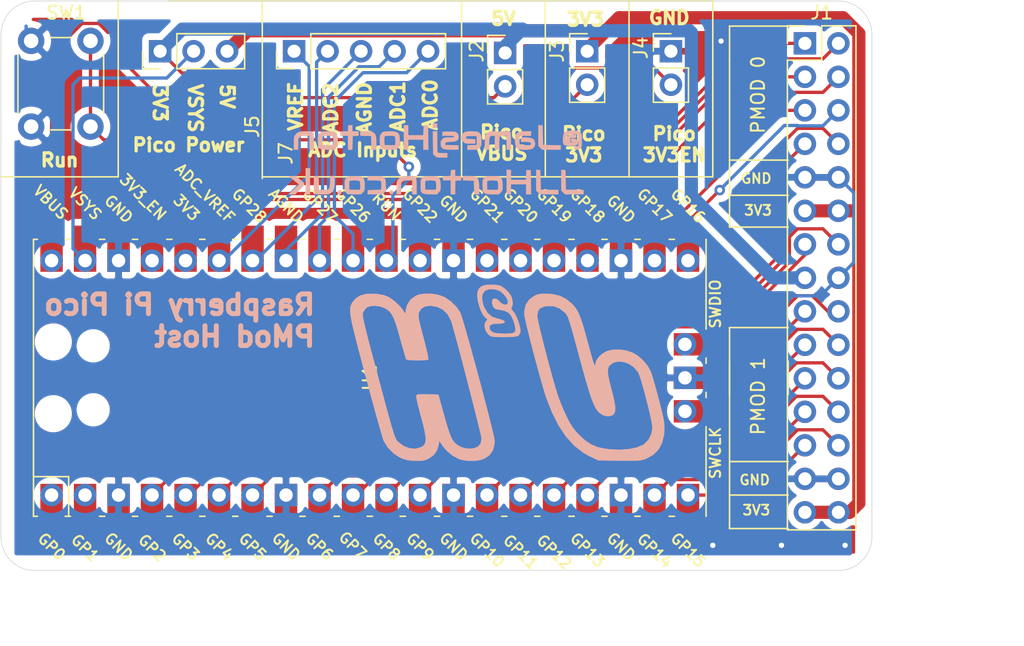
<source format=kicad_pcb>
(kicad_pcb (version 20171130) (host pcbnew "(5.1.12-1-10_14)")
  (title_block (title "PMOD for Raspberry Pi Pico") (date 2021-11-30) (rev v0.1) (company "James Horton") (comment 1 "with an Raspberry Pi Pico Board.") (comment 2 "This board is designed for allowing the use of PMod modules") (comment 4 "Licensed Under CERN Open Hardware Licence Version 2 - Permissive"))
  (layers (0 F.Cu signal hide) (31 B.Cu signal hide) (34 B.Paste user) (35 F.Paste user) (36 B.SilkS user) (37 F.SilkS user) (38 B.Mask user) (39 F.Mask user hide) (44 Edge.Cuts user))
  (net 0 "")
  (net 1 "Net-(U1-Pad43)")
  (net 2 "Net-(U1-Pad41)")
  (net 3 GPIO_15)
  (net 4 GPIO_14)
  (net 5 GPIO_13)
  (net 6 GPIO_12)
  (net 7 GPIO_11)
  (net 8 GPIO_10)
  (net 9 GPIO_09)
  (net 10 GPIO_08)
  (net 11 GND)
  (net 12 +3V3)
  (net 13 GPIO_07)
  (net 14 GPIO_06)
  (net 15 +5V)
  (net 16 GPIO_05)
  (net 17 GPIO_04)
  (net 18 GPIO_03)
  (net 19 GPIO_02)
  (net 20 GPIO_17)
  (net 21 GPIO_16)
  (net 22 GPIO_19)
  (net 23 GPIO_18)
  (net 24 GPIO_21)
  (net 25 GPIO_20)
  (net 26 Pico_VBUS)
  (net 27 Pico_3V3)
  (net 28 Pico_3v3_EN)
  (net 29 Pico_VSYS)
  (net 30 GPIO_22)
  (net 31 GPIO_01)
  (net 32 GPIO_00)
  (net 33 Pico_Run)
  (net 34 ADC0)
  (net 35 ADC1)
  (net 36 AGND)
  (net 37 ADC2)
  (net 38 ADC_VREF)
  (module jjh:ContactDetails_small (layer B.Cu) (at 147.3 85.7 180)
    (fp_text reference G*** hide)
    (fp_text value LOGO hide)
  )
  (module jjh:Untitled (layer B.Cu) (at 152.6 102.7 180)
    (fp_text reference G*** hide)
    (fp_text value LOGO hide)
  )
  (module Connector_PinHeader_2.54mm:PinHeader_2x15_P2.54mm_Vertical (layer F.Cu) (at 175.26 76.8731)
    (fp_text reference J1 (at 1.27 -2.33) (layer F.SilkS))
    (fp_text value Conn_02x15_Odd_Even)
    (pad 30 thru_hole oval (at 2.54 35.56) (size 1.7 1.7) (drill 1) (layers *.Cu *.Mask) (net 12 +3V3))
    (pad 29 thru_hole oval (at 0 35.56) (size 1.7 1.7) (drill 1) (layers *.Cu *.Mask) (net 12 +3V3))
    (pad 28 thru_hole oval (at 2.54 33.02) (size 1.7 1.7) (drill 1) (layers *.Cu *.Mask) (net 11 GND))
    (pad 27 thru_hole oval (at 0 33.02) (size 1.7 1.7) (drill 1) (layers *.Cu *.Mask) (net 11 GND))
    (pad 26 thru_hole oval (at 2.54 30.48) (size 1.7 1.7) (drill 1) (layers *.Cu *.Mask) (net 4 GPIO_14))
    (pad 25 thru_hole oval (at 0 30.48) (size 1.7 1.7) (drill 1) (layers *.Cu *.Mask) (net 3 GPIO_15))
    (pad 24 thru_hole oval (at 2.54 27.94) (size 1.7 1.7) (drill 1) (layers *.Cu *.Mask) (net 6 GPIO_12))
    (pad 23 thru_hole oval (at 0 27.94) (size 1.7 1.7) (drill 1) (layers *.Cu *.Mask) (net 5 GPIO_13))
    (pad 22 thru_hole oval (at 2.54 25.4) (size 1.7 1.7) (drill 1) (layers *.Cu *.Mask) (net 8 GPIO_10))
    (pad 21 thru_hole oval (at 0 25.4) (size 1.7 1.7) (drill 1) (layers *.Cu *.Mask) (net 7 GPIO_11))
    (pad 20 thru_hole oval (at 2.54 22.86) (size 1.7 1.7) (drill 1) (layers *.Cu *.Mask) (net 10 GPIO_08))
    (pad 19 thru_hole oval (at 0 22.86) (size 1.7 1.7) (drill 1) (layers *.Cu *.Mask) (net 9 GPIO_09))
    (pad 18 thru_hole oval (at 2.54 20.32) (size 1.7 1.7) (drill 1) (layers *.Cu *.Mask) (net 14 GPIO_06))
    (pad 17 thru_hole oval (at 0 20.32) (size 1.7 1.7) (drill 1) (layers *.Cu *.Mask) (net 13 GPIO_07))
    (pad 16 thru_hole oval (at 2.54 17.78) (size 1.7 1.7) (drill 1) (layers *.Cu *.Mask) (net 11 GND))
    (pad 15 thru_hole oval (at 0 17.78) (size 1.7 1.7) (drill 1) (layers *.Cu *.Mask) (net 15 +5V))
    (pad 14 thru_hole oval (at 2.54 15.24) (size 1.7 1.7) (drill 1) (layers *.Cu *.Mask) (net 17 GPIO_04))
    (pad 13 thru_hole oval (at 0 15.24) (size 1.7 1.7) (drill 1) (layers *.Cu *.Mask) (net 16 GPIO_05))
    (pad 12 thru_hole oval (at 2.54 12.7) (size 1.7 1.7) (drill 1) (layers *.Cu *.Mask) (net 12 +3V3))
    (pad 11 thru_hole oval (at 0 12.7) (size 1.7 1.7) (drill 1) (layers *.Cu *.Mask) (net 12 +3V3))
    (pad 10 thru_hole oval (at 2.54 10.16) (size 1.7 1.7) (drill 1) (layers *.Cu *.Mask) (net 11 GND))
    (pad 9 thru_hole oval (at 0 10.16) (size 1.7 1.7) (drill 1) (layers *.Cu *.Mask) (net 11 GND))
    (pad 8 thru_hole oval (at 2.54 7.62) (size 1.7 1.7) (drill 1) (layers *.Cu *.Mask) (net 19 GPIO_02))
    (pad 7 thru_hole oval (at 0 7.62) (size 1.7 1.7) (drill 1) (layers *.Cu *.Mask) (net 18 GPIO_03))
    (pad 6 thru_hole oval (at 2.54 5.08) (size 1.7 1.7) (drill 1) (layers *.Cu *.Mask) (net 21 GPIO_16))
    (pad 5 thru_hole oval (at 0 5.08) (size 1.7 1.7) (drill 1) (layers *.Cu *.Mask) (net 20 GPIO_17))
    (pad 4 thru_hole oval (at 2.54 2.54) (size 1.7 1.7) (drill 1) (layers *.Cu *.Mask) (net 23 GPIO_18))
    (pad 3 thru_hole oval (at 0 2.54) (size 1.7 1.7) (drill 1) (layers *.Cu *.Mask) (net 22 GPIO_19))
    (pad 2 thru_hole oval (at 2.54 0) (size 1.7 1.7) (drill 1) (layers *.Cu *.Mask) (net 25 GPIO_20))
    (pad 1 thru_hole rect (at 0 0) (size 1.7 1.7) (drill 1) (layers *.Cu *.Mask) (net 24 GPIO_21))
  )
  (module Button_Switch_THT:SW_PUSH_6mm_H4.3mm (layer F.Cu) (at 116.586 83.185 90)
    (fp_text reference SW1 (at 8.636 2.667 180) (layer F.SilkS))
    (fp_text value SW_Push)
    (pad 1 thru_hole circle (at 6.5 0 180) (size 2 2) (drill 1.1) (layers *.Cu *.Mask) (net 11 GND))
    (pad 2 thru_hole circle (at 6.5 4.5 180) (size 2 2) (drill 1.1) (layers *.Cu *.Mask) (net 33 Pico_Run))
    (pad 1 thru_hole circle (at 0 0 180) (size 2 2) (drill 1.1) (layers *.Cu *.Mask) (net 11 GND))
    (pad 2 thru_hole circle (at 0 4.5 180) (size 2 2) (drill 1.1) (layers *.Cu *.Mask) (net 33 Pico_Run))
  )
  (module Connector_PinHeader_2.54mm:PinHeader_1x05_P2.54mm_Vertical (layer F.Cu) (at 136.525 77.47 90)
    (fp_text reference J7 (at -7.747 -0.635 90) (layer F.SilkS))
    (fp_text value Conn_01x05)
    (pad 5 thru_hole oval (at 0 10.16 90) (size 1.7 1.7) (drill 1) (layers *.Cu *.Mask) (net 34 ADC0))
    (pad 4 thru_hole oval (at 0 7.62 90) (size 1.7 1.7) (drill 1) (layers *.Cu *.Mask) (net 35 ADC1))
    (pad 3 thru_hole oval (at 0 5.08 90) (size 1.7 1.7) (drill 1) (layers *.Cu *.Mask) (net 36 AGND))
    (pad 2 thru_hole oval (at 0 2.54 90) (size 1.7 1.7) (drill 1) (layers *.Cu *.Mask) (net 37 ADC2))
    (pad 1 thru_hole rect (at 0 0 90) (size 1.7 1.7) (drill 1) (layers *.Cu *.Mask) (net 38 ADC_VREF))
  )
  (module Connector_PinHeader_2.54mm:PinHeader_1x03_P2.54mm_Vertical (layer F.Cu) (at 126.365 77.47 90)
    (fp_text reference J5 (at -5.715 6.985 90) (layer F.SilkS))
    (fp_text value Conn_01x03)
    (pad 3 thru_hole oval (at 0 5.08 90) (size 1.7 1.7) (drill 1) (layers *.Cu *.Mask) (net 12 +3V3))
    (pad 2 thru_hole oval (at 0 2.54 90) (size 1.7 1.7) (drill 1) (layers *.Cu *.Mask) (net 29 Pico_VSYS))
    (pad 1 thru_hole rect (at 0 0 90) (size 1.7 1.7) (drill 1) (layers *.Cu *.Mask) (net 15 +5V))
  )
  (module Connector_PinHeader_2.54mm:PinHeader_1x02_P2.54mm_Vertical (layer F.Cu) (at 165.1 77.47)
    (fp_text reference J4 (at -2.286 -0.254 90) (layer F.SilkS))
    (fp_text value Conn_01x02)
    (pad 2 thru_hole oval (at 0 2.54) (size 1.7 1.7) (drill 1) (layers *.Cu *.Mask) (net 28 Pico_3v3_EN))
    (pad 1 thru_hole rect (at 0 0) (size 1.7 1.7) (drill 1) (layers *.Cu *.Mask) (net 11 GND))
  )
  (module Connector_PinHeader_2.54mm:PinHeader_1x02_P2.54mm_Vertical (layer F.Cu) (at 158.75 77.47)
    (fp_text reference J3 (at -2.286 0 90) (layer F.SilkS))
    (fp_text value Conn_01x02)
    (pad 2 thru_hole oval (at 0 2.54) (size 1.7 1.7) (drill 1) (layers *.Cu *.Mask) (net 27 Pico_3V3))
    (pad 1 thru_hole rect (at 0 0) (size 1.7 1.7) (drill 1) (layers *.Cu *.Mask) (net 12 +3V3))
  )
  (module Connector_PinHeader_2.54mm:PinHeader_1x02_P2.54mm_Vertical (layer F.Cu) (at 152.527 77.597)
    (fp_text reference J2 (at -2.159 -0.127 90) (layer F.SilkS))
    (fp_text value Conn_01x02)
    (pad 2 thru_hole oval (at 0 2.54) (size 1.7 1.7) (drill 1) (layers *.Cu *.Mask) (net 26 Pico_VBUS))
    (pad 1 thru_hole rect (at 0 0) (size 1.7 1.7) (drill 1) (layers *.Cu *.Mask) (net 15 +5V))
  )
  (module RPi_Pico:RPi_Pico_SMD_TH (layer F.Cu) (at 142.2654 102.235 90)
    (fp_text reference U1 (at 0 0 90) (layer F.SilkS))
    (fp_text value Pico)
    (fp_text user SWDIO (at 5.6 26.2 90) (layer F.SilkS) (effects (font (size 0.8 0.8))))
    (fp_text user SWCLK (at -5.7 26.2 90) (layer F.SilkS) (effects (font (size 0.8 0.8))))
    (fp_text user AGND (at 13.054 -6.35 135) (layer F.SilkS) (effects (font (size 0.8 0.8))))
    (fp_text user GND (at 12.8 -19.05 135) (layer F.SilkS) (effects (font (size 0.8 0.8))))
    (fp_text user GND (at 12.8 6.35 135) (layer F.SilkS) (effects (font (size 0.8 0.8))))
    (fp_text user GND (at 12.8 19.05 135) (layer F.SilkS) (effects (font (size 0.8 0.8))))
    (fp_text user GND (at -12.8 19.05 135) (layer F.SilkS) (effects (font (size 0.8 0.8))))
    (fp_text user GND (at -12.8 6.35 135) (layer F.SilkS) (effects (font (size 0.8 0.8))))
    (fp_text user GND (at -12.8 -6.35 135) (layer F.SilkS) (effects (font (size 0.8 0.8))))
    (fp_text user GND (at -12.8 -19.05 135) (layer F.SilkS) (effects (font (size 0.8 0.8))))
    (fp_text user VBUS (at 13.3 -24.2 135) (layer F.SilkS) (effects (font (size 0.8 0.8))))
    (fp_text user VSYS (at 13.2 -21.59 135) (layer F.SilkS) (effects (font (size 0.8 0.8))))
    (fp_text user 3V3_EN (at 13.7 -17.2 135) (layer F.SilkS) (effects (font (size 0.8 0.8))))
    (fp_text user 3V3 (at 12.9 -13.9 135) (layer F.SilkS) (effects (font (size 0.8 0.8))))
    (fp_text user ADC_VREF (at 14 -12.5 135) (layer F.SilkS) (effects (font (size 0.8 0.8))))
    (fp_text user GP28 (at 13.054 -9.144 135) (layer F.SilkS) (effects (font (size 0.8 0.8))))
    (fp_text user GP27 (at 13.054 -3.8 135) (layer F.SilkS) (effects (font (size 0.8 0.8))))
    (fp_text user GP26 (at 13.054 -1.27 135) (layer F.SilkS) (effects (font (size 0.8 0.8))))
    (fp_text user RUN (at 13 1.27 135) (layer F.SilkS) (effects (font (size 0.8 0.8))))
    (fp_text user GP22 (at 13.054 3.81 135) (layer F.SilkS) (effects (font (size 0.8 0.8))))
    (fp_text user GP21 (at 13.054 8.9 135) (layer F.SilkS) (effects (font (size 0.8 0.8))))
    (fp_text user GP20 (at 13.054 11.43 135) (layer F.SilkS) (effects (font (size 0.8 0.8))))
    (fp_text user GP19 (at 13.054 13.97 135) (layer F.SilkS) (effects (font (size 0.8 0.8))))
    (fp_text user GP18 (at 13.054 16.51 135) (layer F.SilkS) (effects (font (size 0.8 0.8))))
    (fp_text user GP17 (at 13.054 21.59 135) (layer F.SilkS) (effects (font (size 0.8 0.8))))
    (fp_text user GP16 (at 13.054 24.13 135) (layer F.SilkS) (effects (font (size 0.8 0.8))))
    (fp_text user GP15 (at -13.054 24.13 135) (layer F.SilkS) (effects (font (size 0.8 0.8))))
    (fp_text user GP14 (at -13.1 21.59 135) (layer F.SilkS) (effects (font (size 0.8 0.8))))
    (fp_text user GP13 (at -13.054 16.51 135) (layer F.SilkS) (effects (font (size 0.8 0.8))))
    (fp_text user GP12 (at -13.2 13.97 135) (layer F.SilkS) (effects (font (size 0.8 0.8))))
    (fp_text user GP11 (at -13.2 11.43 135) (layer F.SilkS) (effects (font (size 0.8 0.8))))
    (fp_text user GP10 (at -13.054 8.89 135) (layer F.SilkS) (effects (font (size 0.8 0.8))))
    (fp_text user GP9 (at -12.8 3.81 135) (layer F.SilkS) (effects (font (size 0.8 0.8))))
    (fp_text user GP8 (at -12.8 1.27 135) (layer F.SilkS) (effects (font (size 0.8 0.8))))
    (fp_text user GP7 (at -12.7 -1.3 135) (layer F.SilkS) (effects (font (size 0.8 0.8))))
    (fp_text user GP6 (at -12.8 -3.81 135) (layer F.SilkS) (effects (font (size 0.8 0.8))))
    (fp_text user GP5 (at -12.8 -8.89 135) (layer F.SilkS) (effects (font (size 0.8 0.8))))
    (fp_text user GP4 (at -12.8 -11.43 135) (layer F.SilkS) (effects (font (size 0.8 0.8))))
    (fp_text user GP3 (at -12.8 -13.97 135) (layer F.SilkS) (effects (font (size 0.8 0.8))))
    (fp_text user GP0 (at -12.8 -24.13 135) (layer F.SilkS) (effects (font (size 0.8 0.8))))
    (fp_text user GP2 (at -12.9 -16.51 135) (layer F.SilkS) (effects (font (size 0.8 0.8))))
    (fp_text user GP1 (at -12.9 -21.6 135) (layer F.SilkS) (effects (font (size 0.8 0.8))))
    (pad 43 thru_hole oval (at 2.54 23.9 90) (size 1.7 1.7) (drill 1.02) (layers *.Cu *.Mask) (net 1 "Net-(U1-Pad43)"))
    (pad 43 smd rect (at 2.54 23.9 180) (size 3.5 1.7) (drill (offset -0.9 0)) (layers F.Cu F.Mask) (net 1 "Net-(U1-Pad43)"))
    (pad 42 thru_hole rect (at 0 23.9 90) (size 1.7 1.7) (drill 1.02) (layers *.Cu *.Mask) (net 11 GND))
    (pad 42 smd rect (at 0 23.9 180) (size 3.5 1.7) (drill (offset -0.9 0)) (layers F.Cu F.Mask) (net 11 GND))
    (pad 41 thru_hole oval (at -2.54 23.9 90) (size 1.7 1.7) (drill 1.02) (layers *.Cu *.Mask) (net 2 "Net-(U1-Pad41)"))
    (pad 41 smd rect (at -2.54 23.9 180) (size 3.5 1.7) (drill (offset -0.9 0)) (layers F.Cu F.Mask) (net 2 "Net-(U1-Pad41)"))
    (pad "" np_thru_hole oval (at 2.425 -20.97 90) (size 1.5 1.5) (drill 1.5) (layers *.Cu *.Mask))
    (pad "" np_thru_hole oval (at -2.425 -20.97 90) (size 1.5 1.5) (drill 1.5) (layers *.Cu *.Mask))
    (pad "" np_thru_hole oval (at 2.725 -24 90) (size 1.8 1.8) (drill 1.8) (layers *.Cu *.Mask))
    (pad "" np_thru_hole oval (at -2.725 -24 90) (size 1.8 1.8) (drill 1.8) (layers *.Cu *.Mask))
    (pad 21 smd rect (at 8.89 24.13 90) (size 3.5 1.7) (drill (offset 0.9 0)) (layers F.Cu F.Mask) (net 21 GPIO_16))
    (pad 22 smd rect (at 8.89 21.59 90) (size 3.5 1.7) (drill (offset 0.9 0)) (layers F.Cu F.Mask) (net 20 GPIO_17))
    (pad 23 smd rect (at 8.89 19.05 90) (size 3.5 1.7) (drill (offset 0.9 0)) (layers F.Cu F.Mask) (net 11 GND))
    (pad 24 smd rect (at 8.89 16.51 90) (size 3.5 1.7) (drill (offset 0.9 0)) (layers F.Cu F.Mask) (net 23 GPIO_18))
    (pad 25 smd rect (at 8.89 13.97 90) (size 3.5 1.7) (drill (offset 0.9 0)) (layers F.Cu F.Mask) (net 22 GPIO_19))
    (pad 26 smd rect (at 8.89 11.43 90) (size 3.5 1.7) (drill (offset 0.9 0)) (layers F.Cu F.Mask) (net 25 GPIO_20))
    (pad 27 smd rect (at 8.89 8.89 90) (size 3.5 1.7) (drill (offset 0.9 0)) (layers F.Cu F.Mask) (net 24 GPIO_21))
    (pad 28 smd rect (at 8.89 6.35 90) (size 3.5 1.7) (drill (offset 0.9 0)) (layers F.Cu F.Mask) (net 11 GND))
    (pad 29 smd rect (at 8.89 3.81 90) (size 3.5 1.7) (drill (offset 0.9 0)) (layers F.Cu F.Mask) (net 30 GPIO_22))
    (pad 30 smd rect (at 8.89 1.27 90) (size 3.5 1.7) (drill (offset 0.9 0)) (layers F.Cu F.Mask) (net 33 Pico_Run))
    (pad 31 smd rect (at 8.89 -1.27 90) (size 3.5 1.7) (drill (offset 0.9 0)) (layers F.Cu F.Mask) (net 34 ADC0))
    (pad 32 smd rect (at 8.89 -3.81 90) (size 3.5 1.7) (drill (offset 0.9 0)) (layers F.Cu F.Mask) (net 35 ADC1))
    (pad 33 smd rect (at 8.89 -6.35 90) (size 3.5 1.7) (drill (offset 0.9 0)) (layers F.Cu F.Mask) (net 36 AGND))
    (pad 34 smd rect (at 8.89 -8.89 90) (size 3.5 1.7) (drill (offset 0.9 0)) (layers F.Cu F.Mask) (net 37 ADC2))
    (pad 35 smd rect (at 8.89 -11.43 90) (size 3.5 1.7) (drill (offset 0.9 0)) (layers F.Cu F.Mask) (net 38 ADC_VREF))
    (pad 36 smd rect (at 8.89 -13.97 90) (size 3.5 1.7) (drill (offset 0.9 0)) (layers F.Cu F.Mask) (net 27 Pico_3V3))
    (pad 37 smd rect (at 8.89 -16.51 90) (size 3.5 1.7) (drill (offset 0.9 0)) (layers F.Cu F.Mask) (net 28 Pico_3v3_EN))
    (pad 38 smd rect (at 8.89 -19.05 90) (size 3.5 1.7) (drill (offset 0.9 0)) (layers F.Cu F.Mask) (net 11 GND))
    (pad 39 smd rect (at 8.89 -21.59 90) (size 3.5 1.7) (drill (offset 0.9 0)) (layers F.Cu F.Mask) (net 29 Pico_VSYS))
    (pad 40 smd rect (at 8.89 -24.13 90) (size 3.5 1.7) (drill (offset 0.9 0)) (layers F.Cu F.Mask) (net 26 Pico_VBUS))
    (pad 20 smd rect (at -8.89 24.13 90) (size 3.5 1.7) (drill (offset -0.9 0)) (layers F.Cu F.Mask) (net 3 GPIO_15))
    (pad 19 smd rect (at -8.89 21.59 90) (size 3.5 1.7) (drill (offset -0.9 0)) (layers F.Cu F.Mask) (net 4 GPIO_14))
    (pad 18 smd rect (at -8.89 19.05 90) (size 3.5 1.7) (drill (offset -0.9 0)) (layers F.Cu F.Mask) (net 11 GND))
    (pad 17 smd rect (at -8.89 16.51 90) (size 3.5 1.7) (drill (offset -0.9 0)) (layers F.Cu F.Mask) (net 5 GPIO_13))
    (pad 16 smd rect (at -8.89 13.97 90) (size 3.5 1.7) (drill (offset -0.9 0)) (layers F.Cu F.Mask) (net 6 GPIO_12))
    (pad 15 smd rect (at -8.89 11.43 90) (size 3.5 1.7) (drill (offset -0.9 0)) (layers F.Cu F.Mask) (net 7 GPIO_11))
    (pad 14 smd rect (at -8.89 8.89 90) (size 3.5 1.7) (drill (offset -0.9 0)) (layers F.Cu F.Mask) (net 8 GPIO_10))
    (pad 13 smd rect (at -8.89 6.35 90) (size 3.5 1.7) (drill (offset -0.9 0)) (layers F.Cu F.Mask) (net 11 GND))
    (pad 12 smd rect (at -8.89 3.81 90) (size 3.5 1.7) (drill (offset -0.9 0)) (layers F.Cu F.Mask) (net 9 GPIO_09))
    (pad 11 smd rect (at -8.89 1.27 90) (size 3.5 1.7) (drill (offset -0.9 0)) (layers F.Cu F.Mask) (net 10 GPIO_08))
    (pad 10 smd rect (at -8.89 -1.27 90) (size 3.5 1.7) (drill (offset -0.9 0)) (layers F.Cu F.Mask) (net 13 GPIO_07))
    (pad 9 smd rect (at -8.89 -3.81 90) (size 3.5 1.7) (drill (offset -0.9 0)) (layers F.Cu F.Mask) (net 14 GPIO_06))
    (pad 8 smd rect (at -8.89 -6.35 90) (size 3.5 1.7) (drill (offset -0.9 0)) (layers F.Cu F.Mask) (net 11 GND))
    (pad 7 smd rect (at -8.89 -8.89 90) (size 3.5 1.7) (drill (offset -0.9 0)) (layers F.Cu F.Mask) (net 16 GPIO_05))
    (pad 6 smd rect (at -8.89 -11.43 90) (size 3.5 1.7) (drill (offset -0.9 0)) (layers F.Cu F.Mask) (net 17 GPIO_04))
    (pad 5 smd rect (at -8.89 -13.97 90) (size 3.5 1.7) (drill (offset -0.9 0)) (layers F.Cu F.Mask) (net 18 GPIO_03))
    (pad 4 smd rect (at -8.89 -16.51 90) (size 3.5 1.7) (drill (offset -0.9 0)) (layers F.Cu F.Mask) (net 19 GPIO_02))
    (pad 3 smd rect (at -8.89 -19.05 90) (size 3.5 1.7) (drill (offset -0.9 0)) (layers F.Cu F.Mask) (net 11 GND))
    (pad 2 smd rect (at -8.89 -21.59 90) (size 3.5 1.7) (drill (offset -0.9 0)) (layers F.Cu F.Mask) (net 31 GPIO_01))
    (pad 1 smd rect (at -8.89 -24.13 90) (size 3.5 1.7) (drill (offset -0.9 0)) (layers F.Cu F.Mask) (net 32 GPIO_00))
    (pad 40 thru_hole oval (at 8.89 -24.13 90) (size 1.7 1.7) (drill 1.02) (layers *.Cu *.Mask) (net 26 Pico_VBUS))
    (pad 39 thru_hole oval (at 8.89 -21.59 90) (size 1.7 1.7) (drill 1.02) (layers *.Cu *.Mask) (net 29 Pico_VSYS))
    (pad 38 thru_hole rect (at 8.89 -19.05 90) (size 1.7 1.7) (drill 1.02) (layers *.Cu *.Mask) (net 11 GND))
    (pad 37 thru_hole oval (at 8.89 -16.51 90) (size 1.7 1.7) (drill 1.02) (layers *.Cu *.Mask) (net 28 Pico_3v3_EN))
    (pad 36 thru_hole oval (at 8.89 -13.97 90) (size 1.7 1.7) (drill 1.02) (layers *.Cu *.Mask) (net 27 Pico_3V3))
    (pad 35 thru_hole oval (at 8.89 -11.43 90) (size 1.7 1.7) (drill 1.02) (layers *.Cu *.Mask) (net 38 ADC_VREF))
    (pad 34 thru_hole oval (at 8.89 -8.89 90) (size 1.7 1.7) (drill 1.02) (layers *.Cu *.Mask) (net 37 ADC2))
    (pad 33 thru_hole rect (at 8.89 -6.35 90) (size 1.7 1.7) (drill 1.02) (layers *.Cu *.Mask) (net 36 AGND))
    (pad 32 thru_hole oval (at 8.89 -3.81 90) (size 1.7 1.7) (drill 1.02) (layers *.Cu *.Mask) (net 35 ADC1))
    (pad 31 thru_hole oval (at 8.89 -1.27 90) (size 1.7 1.7) (drill 1.02) (layers *.Cu *.Mask) (net 34 ADC0))
    (pad 30 thru_hole oval (at 8.89 1.27 90) (size 1.7 1.7) (drill 1.02) (layers *.Cu *.Mask) (net 33 Pico_Run))
    (pad 29 thru_hole oval (at 8.89 3.81 90) (size 1.7 1.7) (drill 1.02) (layers *.Cu *.Mask) (net 30 GPIO_22))
    (pad 28 thru_hole rect (at 8.89 6.35 90) (size 1.7 1.7) (drill 1.02) (layers *.Cu *.Mask) (net 11 GND))
    (pad 27 thru_hole oval (at 8.89 8.89 90) (size 1.7 1.7) (drill 1.02) (layers *.Cu *.Mask) (net 24 GPIO_21))
    (pad 26 thru_hole oval (at 8.89 11.43 90) (size 1.7 1.7) (drill 1.02) (layers *.Cu *.Mask) (net 25 GPIO_20))
    (pad 25 thru_hole oval (at 8.89 13.97 90) (size 1.7 1.7) (drill 1.02) (layers *.Cu *.Mask) (net 22 GPIO_19))
    (pad 24 thru_hole oval (at 8.89 16.51 90) (size 1.7 1.7) (drill 1.02) (layers *.Cu *.Mask) (net 23 GPIO_18))
    (pad 23 thru_hole rect (at 8.89 19.05 90) (size 1.7 1.7) (drill 1.02) (layers *.Cu *.Mask) (net 11 GND))
    (pad 22 thru_hole oval (at 8.89 21.59 90) (size 1.7 1.7) (drill 1.02) (layers *.Cu *.Mask) (net 20 GPIO_17))
    (pad 21 thru_hole oval (at 8.89 24.13 90) (size 1.7 1.7) (drill 1.02) (layers *.Cu *.Mask) (net 21 GPIO_16))
    (pad 20 thru_hole oval (at -8.89 24.13 90) (size 1.7 1.7) (drill 1.02) (layers *.Cu *.Mask) (net 3 GPIO_15))
    (pad 19 thru_hole oval (at -8.89 21.59 90) (size 1.7 1.7) (drill 1.02) (layers *.Cu *.Mask) (net 4 GPIO_14))
    (pad 18 thru_hole rect (at -8.89 19.05 90) (size 1.7 1.7) (drill 1.02) (layers *.Cu *.Mask) (net 11 GND))
    (pad 17 thru_hole oval (at -8.89 16.51 90) (size 1.7 1.7) (drill 1.02) (layers *.Cu *.Mask) (net 5 GPIO_13))
    (pad 16 thru_hole oval (at -8.89 13.97 90) (size 1.7 1.7) (drill 1.02) (layers *.Cu *.Mask) (net 6 GPIO_12))
    (pad 15 thru_hole oval (at -8.89 11.43 90) (size 1.7 1.7) (drill 1.02) (layers *.Cu *.Mask) (net 7 GPIO_11))
    (pad 14 thru_hole oval (at -8.89 8.89 90) (size 1.7 1.7) (drill 1.02) (layers *.Cu *.Mask) (net 8 GPIO_10))
    (pad 13 thru_hole rect (at -8.89 6.35 90) (size 1.7 1.7) (drill 1.02) (layers *.Cu *.Mask) (net 11 GND))
    (pad 12 thru_hole oval (at -8.89 3.81 90) (size 1.7 1.7) (drill 1.02) (layers *.Cu *.Mask) (net 9 GPIO_09))
    (pad 11 thru_hole oval (at -8.89 1.27 90) (size 1.7 1.7) (drill 1.02) (layers *.Cu *.Mask) (net 10 GPIO_08))
    (pad 10 thru_hole oval (at -8.89 -1.27 90) (size 1.7 1.7) (drill 1.02) (layers *.Cu *.Mask) (net 13 GPIO_07))
    (pad 9 thru_hole oval (at -8.89 -3.81 90) (size 1.7 1.7) (drill 1.02) (layers *.Cu *.Mask) (net 14 GPIO_06))
    (pad 8 thru_hole rect (at -8.89 -6.35 90) (size 1.7 1.7) (drill 1.02) (layers *.Cu *.Mask) (net 11 GND))
    (pad 7 thru_hole oval (at -8.89 -8.89 90) (size 1.7 1.7) (drill 1.02) (layers *.Cu *.Mask) (net 16 GPIO_05))
    (pad 6 thru_hole oval (at -8.89 -11.43 90) (size 1.7 1.7) (drill 1.02) (layers *.Cu *.Mask) (net 17 GPIO_04))
    (pad 5 thru_hole oval (at -8.89 -13.97 90) (size 1.7 1.7) (drill 1.02) (layers *.Cu *.Mask) (net 18 GPIO_03))
    (pad 4 thru_hole oval (at -8.89 -16.51 90) (size 1.7 1.7) (drill 1.02) (layers *.Cu *.Mask) (net 19 GPIO_02))
    (pad 3 thru_hole rect (at -8.89 -19.05 90) (size 1.7 1.7) (drill 1.02) (layers *.Cu *.Mask) (net 11 GND))
    (pad 2 thru_hole oval (at -8.89 -21.59 90) (size 1.7 1.7) (drill 1.02) (layers *.Cu *.Mask) (net 31 GPIO_01))
    (pad 1 thru_hole oval (at -8.89 -24.13 90) (size 1.7 1.7) (drill 1.02) (layers *.Cu *.Mask) (net 32 GPIO_00))
  )
  (gr_line (start 123.19 86.995) (end 114.3 86.995) (layer F.SilkS) (width 0.12))
  (gr_text Run (at 118.745 85.725) (layer F.SilkS) (effects (font (size 1 1) (thickness 0.25))))
  (gr_line (start 123.19 86.995) (end 123.19 73.66) (layer F.SilkS) (width 0.12))
  (gr_line (start 127 73.66) (end 143.51 73.66) (layer F.SilkS) (width 0.12))
  (gr_line (start 134.112 87.122) (end 134.112 73.787) (layer F.SilkS) (width 0.12))
  (gr_line (start 143.51 86.995) (end 134.112 86.995) (layer F.SilkS) (width 0.12))
  (gr_text "ADC Inputs" (at 141.732 84.963) (layer F.SilkS) (effects (font (size 1 1) (thickness 0.25))))
  (gr_text "Pico Power\n" (at 128.524 84.582) (layer F.SilkS) (effects (font (size 1 1) (thickness 0.25))))
  (gr_text "VREF\n" (at 136.652 81.661 90) (layer F.SilkS) (effects (font (size 1 1) (thickness 0.25))))
  (gr_text ADC2 (at 139.319 81.788 90) (layer F.SilkS) (effects (font (size 1 1) (thickness 0.25))))
  (gr_text AGND (at 141.859 81.788 90) (layer F.SilkS) (effects (font (size 1 1) (thickness 0.25))))
  (gr_text "ADC1\n" (at 144.399 81.661 90) (layer F.SilkS) (effects (font (size 1 1) (thickness 0.25))))
  (gr_text "ADC0\n\n\n" (at 148.463 81.534 90) (layer F.SilkS) (effects (font (size 1 1) (thickness 0.25))))
  (gr_line (start 149.225 73.66) (end 149.225 74.422) (layer F.SilkS) (width 0.12))
  (gr_line (start 143.51 73.66) (end 149.225 73.66) (layer F.SilkS) (width 0.12))
  (gr_line (start 149.225 86.995) (end 143.51 86.995) (layer F.SilkS) (width 0.12))
  (gr_text "Raspberry Pi Pico \nPMod Host " (at 138.3 97.9) (layer B.SilkS) (effects (font (size 1.5 1.5) (thickness 0.375)) (justify left mirror)))
  (gr_text "PMOD 1" (at 171.704 103.632 90) (layer F.SilkS) (effects (font (size 1 1))))
  (gr_text "PMOD 0" (at 171.704 80.772 90) (layer F.SilkS) (effects (font (size 1 1))))
  (gr_text GND (at 171.45 109.982) (layer F.SilkS) (effects (font (size 0.75 0.75))))
  (gr_text 3V3 (at 171.577 112.268) (layer F.SilkS) (effects (font (size 0.75 0.75))))
  (gr_text "GND\n" (at 171.577 87.122) (layer F.SilkS) (effects (font (size 0.75 0.75))))
  (gr_text 3V3 (at 171.704 89.535) (layer F.SilkS) (effects (font (size 0.75 0.75))))
  (gr_line (start 169.545 113.665) (end 173.99 113.665) (layer F.SilkS) (width 0.12))
  (gr_line (start 169.545 103.505) (end 169.545 113.665) (layer F.SilkS) (width 0.12))
  (gr_line (start 169.545 100.965) (end 169.545 103.505) (layer F.SilkS) (width 0.12))
  (gr_line (start 173.99 108.585) (end 169.545 108.585) (layer F.SilkS) (width 0.12))
  (gr_line (start 173.99 103.505) (end 173.99 100.965) (layer F.SilkS) (width 0.12))
  (gr_line (start 169.545 111.125) (end 173.99 111.125) (layer F.SilkS) (width 0.12))
  (gr_line (start 169.545 98.425) (end 169.545 103.505) (layer F.SilkS) (width 0.12))
  (gr_line (start 173.99 98.425) (end 169.545 98.425) (layer F.SilkS) (width 0.12))
  (gr_line (start 173.99 90.805) (end 169.545 90.805) (layer F.SilkS) (width 0.12))
  (gr_line (start 169.545 80.645) (end 169.545 90.805) (layer F.SilkS) (width 0.12))
  (gr_line (start 173.99 88.392) (end 169.545 88.392) (layer F.SilkS) (width 0.12))
  (gr_line (start 169.545 78.105) (end 169.545 80.645) (layer F.SilkS) (width 0.12))
  (gr_line (start 169.545 78.105) (end 169.545 75.565) (layer F.SilkS) (width 0.12))
  (gr_line (start 173.99 85.725) (end 169.545 85.725) (layer F.SilkS) (width 0.12))
  (gr_line (start 173.99 75.565) (end 169.545 75.565) (layer F.SilkS) (width 0.12))
  (gr_line (start 168.275 73.66) (end 161.925 73.66) (layer F.SilkS) (width 0.12))
  (gr_line (start 168.275 86.995) (end 168.275 73.66) (layer F.SilkS) (width 0.12))
  (gr_line (start 168.275 86.995) (end 161.925 86.995) (layer F.SilkS) (width 0.12))
  (gr_line (start 161.925 73.66) (end 155.575 73.66) (layer F.SilkS) (width 0.12))
  (gr_line (start 161.925 86.995) (end 161.925 73.66) (layer F.SilkS) (width 0.12))
  (gr_line (start 161.925 86.995) (end 155.575 86.995) (layer F.SilkS) (width 0.12))
  (gr_line (start 155.575 73.66) (end 155.575 86.995) (layer F.SilkS) (width 0.12))
  (gr_line (start 149.225 73.66) (end 155.575 73.66) (layer F.SilkS) (width 0.12))
  (gr_line (start 149.225 86.995) (end 149.225 73.66) (layer F.SilkS) (width 0.12))
  (gr_line (start 155.575 86.995) (end 149.225 86.995) (layer F.SilkS) (width 0.12))
  (gr_text "Pico\n3V3EN\n\n" (at 165.354 85.344) (layer F.SilkS) (effects (font (size 1 1) (thickness 0.25))))
  (gr_text "Pico\n3V3\n\n" (at 158.496 85.344) (layer F.SilkS) (effects (font (size 1 1) (thickness 0.25))))
  (gr_text "Pico\nVBUS\n\n" (at 152.273 85.217) (layer F.SilkS) (effects (font (size 1 1) (thickness 0.25))))
  (gr_text "5V\n\n" (at 152.4 75.8) (layer F.SilkS) (effects (font (size 1 1) (thickness 0.25))))
  (gr_text GND (at 164.973 74.93) (layer F.SilkS) (effects (font (size 1 1) (thickness 0.25))))
  (gr_text 3V3 (at 158.623 75.057) (layer F.SilkS) (effects (font (size 1 1) (thickness 0.25))))
  (gr_text "5V\n" (at 131.445 80.899 270) (layer F.SilkS) (effects (font (size 1 1) (thickness 0.25))))
  (gr_text 3V3 (at 126.365 81.407 270) (layer F.SilkS) (effects (font (size 1 1) (thickness 0.25))))
  (gr_text VSYS (at 129.032 81.788 270) (layer F.SilkS) (effects (font (size 1 1) (thickness 0.25))))
  (gr_arc (start 116.84 114.3) (end 114.3 114.3) (angle -90) (layer Edge.Cuts) (width 0.05))
  (gr_arc (start 177.8 114.3) (end 177.8 116.84) (angle -90) (layer Edge.Cuts) (width 0.05))
  (gr_arc (start 177.8 76.2) (end 180.34 76.2) (angle -90) (layer Edge.Cuts) (width 0.05))
  (gr_arc (start 116.84 76.2) (end 116.84 73.66) (angle -90) (layer Edge.Cuts) (width 0.05))
  (gr_line (start 114.3 76.2) (end 114.3 114.3) (layer Edge.Cuts) (width 0.05))
  (gr_line (start 177.8 73.66) (end 116.84 73.66) (layer Edge.Cuts) (width 0.05))
  (gr_line (start 180.34 114.3) (end 180.34 76.2) (layer Edge.Cuts) (width 0.05))
  (gr_line (start 177.8 116.84) (end 116.84 116.84) (layer Edge.Cuts) (width 0.05))
  (segment (start 166.3954 111.125) (end 168.275 111.125) (width 0.25) (layer F.Cu) (net 3))
  (segment (start 171.4881 111.125) (end 171.323 111.125) (width 0.25) (layer F.Cu) (net 3))
  (segment (start 175.26 107.3531) (end 171.4881 111.125) (width 0.25) (layer F.Cu) (net 3))
  (segment (start 168.275 111.125) (end 171.323 111.125) (width 0.25) (layer F.Cu) (net 3))
  (segment (start 163.8554 111.125) (end 165.030401 109.949999) (width 0.25) (layer F.Cu) (net 4))
  (segment (start 176.624999 106.178099) (end 177.8 107.3531) (width 0.25) (layer F.Cu) (net 4))
  (segment (start 174.695999 106.178099) (end 176.624999 106.178099) (width 0.25) (layer F.Cu) (net 4))
  (segment (start 170.924099 109.949999) (end 174.695999 106.178099) (width 0.25) (layer F.Cu) (net 4))
  (segment (start 168.242999 109.949999) (end 170.924099 109.949999) (width 0.25) (layer F.Cu) (net 4))
  (segment (start 168.242999 109.949999) (end 168.369999 109.949999) (width 0.25) (layer F.Cu) (net 4))
  (segment (start 165.030401 109.949999) (end 168.242999 109.949999) (width 0.25) (layer F.Cu) (net 4))
  (segment (start 170.57311 109.49999) (end 175.26 104.8131) (width 0.25) (layer F.Cu) (net 5))
  (segment (start 160.40041 109.49999) (end 170.57311 109.49999) (width 0.25) (layer F.Cu) (net 5))
  (segment (start 158.7754 111.125) (end 160.40041 109.49999) (width 0.25) (layer F.Cu) (net 5))
  (segment (start 174.618901 103.638099) (end 176.624999 103.638099) (width 0.25) (layer F.Cu) (net 6))
  (segment (start 169.207019 109.049981) (end 174.618901 103.638099) (width 0.25) (layer F.Cu) (net 6))
  (segment (start 176.624999 103.638099) (end 177.8 104.8131) (width 0.25) (layer F.Cu) (net 6))
  (segment (start 158.31042 109.04998) (end 169.207019 109.049981) (width 0.25) (layer F.Cu) (net 6))
  (segment (start 156.2354 111.125) (end 158.31042 109.04998) (width 0.25) (layer F.Cu) (net 6))
  (segment (start 175.26 102.36059) (end 175.26 102.2731) (width 0.25) (layer F.Cu) (net 7))
  (segment (start 169.020619 108.599971) (end 175.26 102.36059) (width 0.25) (layer F.Cu) (net 7))
  (segment (start 156.220429 108.599971) (end 169.020619 108.599971) (width 0.25) (layer F.Cu) (net 7))
  (segment (start 153.6954 111.125) (end 156.220429 108.599971) (width 0.25) (layer F.Cu) (net 7))
  (segment (start 176.624999 101.098099) (end 177.8 102.2731) (width 0.25) (layer F.Cu) (net 8))
  (segment (start 173.736 101.981) (end 174.618901 101.098099) (width 0.25) (layer F.Cu) (net 8))
  (segment (start 154.3304 107.95) (end 169.03418 107.95) (width 0.25) (layer F.Cu) (net 8))
  (segment (start 169.03418 107.95) (end 173.736 103.24818) (width 0.25) (layer F.Cu) (net 8))
  (segment (start 174.618901 101.098099) (end 176.624999 101.098099) (width 0.25) (layer F.Cu) (net 8))
  (segment (start 173.736 103.24818) (end 173.736 101.981) (width 0.25) (layer F.Cu) (net 8))
  (segment (start 151.1554 111.125) (end 154.3304 107.95) (width 0.25) (layer F.Cu) (net 8))
  (segment (start 149.70041 107.49999) (end 146.0754 111.125) (width 0.25) (layer F.Cu) (net 9))
  (segment (start 173.098885 101.894215) (end 173.098885 103.248885) (width 0.25) (layer F.Cu) (net 9))
  (segment (start 168.84778 107.49999) (end 149.70041 107.49999) (width 0.25) (layer F.Cu) (net 9))
  (segment (start 173.098885 103.248885) (end 168.84778 107.49999) (width 0.25) (layer F.Cu) (net 9))
  (segment (start 175.26 99.7331) (end 173.098885 101.894215) (width 0.25) (layer F.Cu) (net 9))
  (segment (start 168.77736 106.934) (end 147.828 106.934) (width 0.25) (layer F.Cu) (net 10))
  (segment (start 172.648875 103.062485) (end 168.77736 106.934) (width 0.25) (layer F.Cu) (net 10))
  (segment (start 172.648875 100.605223) (end 172.648875 103.062485) (width 0.25) (layer F.Cu) (net 10))
  (segment (start 176.624999 98.558099) (end 174.695999 98.558099) (width 0.25) (layer F.Cu) (net 10))
  (segment (start 177.8 99.7331) (end 176.624999 98.558099) (width 0.25) (layer F.Cu) (net 10))
  (segment (start 143.5354 111.1758) (end 147.7772 106.934) (width 0.25) (layer F.Cu) (net 10))
  (segment (start 174.695999 98.558099) (end 172.648875 100.605223) (width 0.25) (layer F.Cu) (net 10))
  (via (at 173.482 114.935) (size 0.8) (drill 0.4) (layers F.Cu B.Cu) (net 11))
  (via (at 178.308 114.935) (size 0.8) (drill 0.4) (layers F.Cu B.Cu) (net 11))
  (via (at 168.275 114.935) (size 0.8) (drill 0.4) (layers F.Cu B.Cu) (net 11))
  (segment (start 116.205 76.304) (end 116.586 76.685) (width 0.25) (layer B.Cu) (net 11))
  (segment (start 116.205 75.565) (end 116.205 76.304) (width 0.25) (layer B.Cu) (net 11))
  (segment (start 178.975001 93.478099) (end 177.8 94.6531) (width 0.25) (layer B.Cu) (net 11))
  (segment (start 178.975001 88.208101) (end 178.975001 93.478099) (width 0.25) (layer B.Cu) (net 11))
  (segment (start 177.8 87.0331) (end 178.975001 88.208101) (width 0.25) (layer B.Cu) (net 11))
  (segment (start 176.435001 96.018099) (end 173.618099 96.018099) (width 0.25) (layer B.Cu) (net 11))
  (segment (start 177.8 94.6531) (end 176.435001 96.018099) (width 0.25) (layer B.Cu) (net 11))
  (via (at 168.9 76.7) (size 0.8) (drill 0.4) (layers F.Cu B.Cu) (net 11))
  (segment (start 131.539999 77.564999) (end 131.445 77.47) (width 0.25) (layer F.Cu) (net 12))
  (segment (start 158.75 76.2) (end 158.342999 75.792999) (width 0.25) (layer F.Cu) (net 12))
  (segment (start 132.995001 75.919999) (end 159.538001 75.919999) (width 1) (layer F.Cu) (net 12))
  (segment (start 131.445 77.47) (end 132.995001 75.919999) (width 1) (layer F.Cu) (net 12))
  (segment (start 158.342999 75.792999) (end 159.665001 75.792999) (width 0.25) (layer F.Cu) (net 12))
  (segment (start 158.75 77.47) (end 158.75 77.343) (width 1) (layer F.Cu) (net 12))
  (segment (start 158.75 77.343) (end 160.173001 75.919999) (width 1) (layer F.Cu) (net 12))
  (segment (start 159.538001 75.919999) (end 160.173001 75.919999) (width 1) (layer F.Cu) (net 12))
  (segment (start 179.350001 111.733999) (end 178.6509 112.4331) (width 1) (layer F.Cu) (net 12))
  (segment (start 178.6509 112.4331) (end 177.8 112.4331) (width 1) (layer F.Cu) (net 12))
  (segment (start 177.8 112.4331) (end 175.26 112.4331) (width 1) (layer F.Cu) (net 12))
  (segment (start 179.337902 89.5731) (end 179.350001 89.561001) (width 1) (layer F.Cu) (net 12))
  (segment (start 175.26 89.5731) (end 179.337902 89.5731) (width 1) (layer F.Cu) (net 12))
  (segment (start 179.350001 89.561001) (end 179.350001 111.733999) (width 1) (layer F.Cu) (net 12))
  (segment (start 178.150902 74.93) (end 161.163 74.93) (width 1) (layer F.Cu) (net 12))
  (segment (start 161.163 74.93) (end 160.173001 75.919999) (width 1) (layer F.Cu) (net 12))
  (segment (start 179.350001 76.129099) (end 178.150902 74.93) (width 1) (layer F.Cu) (net 12))
  (segment (start 179.350001 89.561001) (end 179.350001 76.129099) (width 1) (layer F.Cu) (net 12))
  (segment (start 141.250398 111.125) (end 140.9954 111.125) (width 0.25) (layer F.Cu) (net 13))
  (segment (start 154.007297 98.368101) (end 141.250398 111.125) (width 0.25) (layer F.Cu) (net 13))
  (segment (start 174.6631 97.79) (end 175.26 97.1931) (width 0.25) (layer F.Cu) (net 13))
  (segment (start 174.084999 98.368101) (end 175.26 97.1931) (width 0.25) (layer F.Cu) (net 13))
  (segment (start 154.007297 98.368101) (end 174.084999 98.368101) (width 0.25) (layer F.Cu) (net 13))
  (segment (start 138.4554 111.125) (end 139.903406 109.676994) (width 0.25) (layer F.Cu) (net 14))
  (segment (start 153.924 97.814988) (end 153.924 97.79) (width 0.25) (layer F.Cu) (net 14))
  (segment (start 142.061994 109.676994) (end 153.924 97.814988) (width 0.25) (layer F.Cu) (net 14))
  (segment (start 139.903406 109.676994) (end 142.061994 109.676994) (width 0.25) (layer F.Cu) (net 14))
  (segment (start 174.695999 96.018099) (end 173.609 97.105098) (width 0.25) (layer F.Cu) (net 14))
  (segment (start 175.824001 96.018099) (end 174.695999 96.018099) (width 0.25) (layer F.Cu) (net 14))
  (segment (start 176.999002 97.1931) (end 175.824001 96.018099) (width 0.25) (layer F.Cu) (net 14))
  (segment (start 177.8 97.1931) (end 176.999002 97.1931) (width 0.25) (layer F.Cu) (net 14))
  (segment (start 173.609 97.105098) (end 173.609 97.155) (width 0.25) (layer F.Cu) (net 14))
  (segment (start 172.949012 97.814988) (end 153.924 97.814988) (width 0.25) (layer F.Cu) (net 14))
  (segment (start 173.609 97.155) (end 172.949012 97.814988) (width 0.25) (layer F.Cu) (net 14))
  (segment (start 126.365 77.47) (end 128.016 79.121) (width 0.25) (layer F.Cu) (net 15))
  (segment (start 130.937 79.121) (end 131.089989 79.273989) (width 0.25) (layer F.Cu) (net 15))
  (segment (start 128.016 79.121) (end 130.937 79.121) (width 0.25) (layer F.Cu) (net 15))
  (segment (start 166.510001 75.919999) (end 153.950001 75.919999) (width 1) (layer B.Cu) (net 15))
  (segment (start 153.950001 75.919999) (end 153.823001 75.792999) (width 1) (layer B.Cu) (net 15))
  (segment (start 128.042001 75.792999) (end 126.365 77.47) (width 1) (layer B.Cu) (net 15))
  (segment (start 153.823001 75.792999) (end 128.042001 75.792999) (width 1) (layer B.Cu) (net 15))
  (segment (start 152.527 77.089) (end 153.823001 75.792999) (width 1) (layer B.Cu) (net 15))
  (segment (start 152.527 77.597) (end 152.527 77.089) (width 1) (layer B.Cu) (net 15))
  (segment (start 172.8531 94.6531) (end 175.26 94.6531) (width 1) (layer B.Cu) (net 15))
  (segment (start 166.650001 88.450001) (end 172.8531 94.6531) (width 1) (layer B.Cu) (net 15))
  (segment (start 166.650001 76.059999) (end 166.650001 88.450001) (width 1) (layer B.Cu) (net 15))
  (segment (start 166.510001 75.919999) (end 166.650001 76.059999) (width 1) (layer B.Cu) (net 15))
  (segment (start 133.3754 111.125) (end 135.273416 109.226984) (width 0.25) (layer F.Cu) (net 16))
  (segment (start 135.273416 109.226984) (end 141.875594 109.226984) (width 0.25) (layer F.Cu) (net 16))
  (segment (start 153.47399 97.59399) (end 153.72799 97.33999) (width 0.25) (layer F.Cu) (net 16))
  (segment (start 153.47399 97.628588) (end 153.47399 97.59399) (width 0.25) (layer F.Cu) (net 16))
  (segment (start 141.875594 109.226984) (end 153.47399 97.628588) (width 0.25) (layer F.Cu) (net 16))
  (segment (start 170.834108 97.33999) (end 153.72799 97.33999) (width 0.25) (layer F.Cu) (net 16))
  (segment (start 175.26 92.914098) (end 175.26 92.1131) (width 0.25) (layer F.Cu) (net 16))
  (segment (start 170.834108 97.33999) (end 175.26 92.914098) (width 0.25) (layer F.Cu) (net 16))
  (segment (start 176.624999 90.938099) (end 177.8 92.1131) (width 0.25) (layer F.Cu) (net 17))
  (segment (start 174.695999 90.938099) (end 176.624999 90.938099) (width 0.25) (layer F.Cu) (net 17))
  (segment (start 174.084999 91.549099) (end 174.695999 90.938099) (width 0.25) (layer F.Cu) (net 17))
  (segment (start 174.084999 93.312999) (end 174.084999 91.549099) (width 0.25) (layer F.Cu) (net 17))
  (segment (start 174.154844 93.382844) (end 174.084999 93.312999) (width 0.25) (layer F.Cu) (net 17))
  (segment (start 171.017688 96.52) (end 174.154844 93.382844) (width 0.25) (layer F.Cu) (net 17))
  (segment (start 153.797 96.52) (end 171.017688 96.52) (width 0.25) (layer F.Cu) (net 17))
  (segment (start 133.204829 108.755571) (end 141.561429 108.755571) (width 0.25) (layer F.Cu) (net 17))
  (segment (start 141.561429 108.755571) (end 153.797 96.52) (width 0.25) (layer F.Cu) (net 17))
  (segment (start 130.8354 111.125) (end 133.204829 108.755571) (width 0.25) (layer F.Cu) (net 17))
  (segment (start 173.634989 93.266289) (end 173.634989 86.118111) (width 0.25) (layer F.Cu) (net 18))
  (segment (start 170.831288 96.06999) (end 173.634989 93.266289) (width 0.25) (layer F.Cu) (net 18))
  (segment (start 153.6106 96.06999) (end 170.831288 96.06999) (width 0.25) (layer F.Cu) (net 18))
  (segment (start 141.375029 108.305561) (end 153.6106 96.06999) (width 0.25) (layer F.Cu) (net 18))
  (segment (start 173.634989 86.118111) (end 175.26 84.4931) (width 0.25) (layer F.Cu) (net 18))
  (segment (start 131.369837 108.305561) (end 141.375029 108.305561) (width 0.25) (layer F.Cu) (net 18))
  (segment (start 128.2954 111.379998) (end 131.369837 108.305561) (width 0.25) (layer F.Cu) (net 18))
  (segment (start 128.2954 111.125) (end 128.2954 111.379998) (width 0.25) (layer F.Cu) (net 18))
  (segment (start 153.79418 95.25) (end 141.188629 107.855551) (width 0.25) (layer F.Cu) (net 19))
  (segment (start 171.014868 95.25) (end 153.79418 95.25) (width 0.25) (layer F.Cu) (net 19))
  (segment (start 129.024849 107.855551) (end 125.7554 111.125) (width 0.25) (layer F.Cu) (net 19))
  (segment (start 173.101 93.163868) (end 171.014868 95.25) (width 0.25) (layer F.Cu) (net 19))
  (segment (start 174.695999 83.318099) (end 173.101 84.913098) (width 0.25) (layer F.Cu) (net 19))
  (segment (start 173.101 84.913098) (end 173.101 93.163868) (width 0.25) (layer F.Cu) (net 19))
  (segment (start 176.624999 83.318099) (end 174.695999 83.318099) (width 0.25) (layer F.Cu) (net 19))
  (segment (start 141.188629 107.855551) (end 129.024849 107.855551) (width 0.25) (layer F.Cu) (net 19))
  (segment (start 177.8 84.4931) (end 176.624999 83.318099) (width 0.25) (layer F.Cu) (net 19))
  (segment (start 163.8554 91.799998) (end 169.987297 85.668101) (width 0.25) (layer F.Cu) (net 20))
  (segment (start 163.8554 93.345) (end 163.8554 91.799998) (width 0.25) (layer F.Cu) (net 20))
  (segment (start 175.26 81.9531) (end 174.5869 81.9531) (width 0.25) (layer F.Cu) (net 20))
  (segment (start 169.987297 85.668101) (end 169.987297 85.663703) (width 0.25) (layer F.Cu) (net 20))
  (segment (start 173.6979 81.9531) (end 175.26 81.9531) (width 0.25) (layer F.Cu) (net 20))
  (segment (start 169.987297 85.663703) (end 173.6979 81.9531) (width 0.25) (layer F.Cu) (net 20))
  (segment (start 166.3954 93.345) (end 166.3954 90.4046) (width 0.25) (layer F.Cu) (net 21))
  (segment (start 166.3954 90.4046) (end 168.8 88) (width 0.25) (layer F.Cu) (net 21))
  (segment (start 168.8 88) (end 168.8 88) (width 0.25) (layer F.Cu) (net 21))
  (via (at 168.8 88) (size 0.8) (drill 0.4) (layers F.Cu B.Cu) (net 21))
  (segment (start 174.695999 83.128101) (end 176.624999 83.128101) (width 0.25) (layer B.Cu) (net 21))
  (segment (start 176.624999 83.128101) (end 177.8 81.9531) (width 0.25) (layer B.Cu) (net 21))
  (segment (start 173.7 83.1) (end 174.667898 83.1) (width 0.25) (layer B.Cu) (net 21))
  (segment (start 174.667898 83.1) (end 174.695999 83.128101) (width 0.25) (layer B.Cu) (net 21))
  (segment (start 168.8 88) (end 173.7 83.1) (width 0.25) (layer B.Cu) (net 21))
  (segment (start 156.2354 91.799998) (end 156.2354 93.345) (width 0.25) (layer F.Cu) (net 22))
  (segment (start 164.215398 83.82) (end 156.2354 91.799998) (width 0.25) (layer F.Cu) (net 22))
  (segment (start 164.215398 83.82) (end 165.356819 83.820001) (width 0.25) (layer F.Cu) (net 22))
  (segment (start 169.76372 79.4131) (end 175.26 79.4131) (width 0.25) (layer F.Cu) (net 22))
  (segment (start 165.356819 83.820001) (end 169.76372 79.4131) (width 0.25) (layer F.Cu) (net 22))
  (segment (start 158.7754 91.799998) (end 158.7754 93.345) (width 0.25) (layer F.Cu) (net 23))
  (segment (start 177.8 79.4131) (end 176.624999 80.588101) (width 0.25) (layer F.Cu) (net 23))
  (segment (start 165.991199 84.584199) (end 158.7754 91.799998) (width 0.25) (layer F.Cu) (net 23))
  (segment (start 169.987297 80.588101) (end 165.991199 84.584199) (width 0.25) (layer F.Cu) (net 23))
  (segment (start 176.624999 80.588101) (end 169.987297 80.588101) (width 0.25) (layer F.Cu) (net 23))
  (segment (start 166.082298 84.4931) (end 165.991199 84.584199) (width 0.25) (layer F.Cu) (net 23))
  (segment (start 151.1554 91.799998) (end 151.1554 93.345) (width 0.25) (layer F.Cu) (net 24))
  (segment (start 160.035417 82.919981) (end 151.1554 91.799998) (width 0.25) (layer F.Cu) (net 24))
  (segment (start 160.035417 82.919981) (end 164.984019 82.919981) (width 0.25) (layer F.Cu) (net 24))
  (segment (start 171.0309 76.8731) (end 175.26 76.8731) (width 0.25) (layer F.Cu) (net 24))
  (segment (start 164.984019 82.919981) (end 171.0309 76.8731) (width 0.25) (layer F.Cu) (net 24))
  (segment (start 153.6954 91.799998) (end 153.6954 93.345) (width 0.25) (layer F.Cu) (net 25))
  (segment (start 162.125407 83.369991) (end 153.6954 91.799998) (width 0.25) (layer F.Cu) (net 25))
  (segment (start 170.492309 78.048101) (end 165.170419 83.369991) (width 0.25) (layer F.Cu) (net 25))
  (segment (start 176.624999 78.048101) (end 170.492309 78.048101) (width 0.25) (layer F.Cu) (net 25))
  (segment (start 177.8 76.8731) (end 176.624999 78.048101) (width 0.25) (layer F.Cu) (net 25))
  (segment (start 165.170419 83.369991) (end 162.125407 83.369991) (width 0.25) (layer F.Cu) (net 25))
  (segment (start 121.722001 75.359999) (end 122.411001 76.048999) (width 0.25) (layer F.Cu) (net 26))
  (segment (start 126.324177 80.986999) (end 123.444 78.106822) (width 0.25) (layer F.Cu) (net 26))
  (segment (start 151.677001 80.986999) (end 126.324177 80.986999) (width 0.25) (layer F.Cu) (net 26))
  (segment (start 152.527 80.137) (end 151.677001 80.986999) (width 0.25) (layer F.Cu) (net 26))
  (segment (start 123.444 78.106822) (end 123.444 77.469588) (width 0.25) (layer F.Cu) (net 26))
  (segment (start 123.444 77.469588) (end 123.444 75.438) (width 0.25) (layer F.Cu) (net 26))
  (segment (start 120.449999 75.359999) (end 118.1354 77.674598) (width 0.25) (layer F.Cu) (net 26))
  (segment (start 121.722001 75.359999) (end 120.449999 75.359999) (width 0.25) (layer F.Cu) (net 26))
  (segment (start 118.1354 77.674598) (end 118.1354 93.345) (width 0.25) (layer F.Cu) (net 26))
  (segment (start 121.800002 75.438) (end 121.722001 75.359999) (width 0.25) (layer F.Cu) (net 26))
  (segment (start 123.444 75.438) (end 121.800002 75.438) (width 0.25) (layer F.Cu) (net 26))
  (segment (start 128.2954 91.799998) (end 128.2954 93.345) (width 0.25) (layer F.Cu) (net 27))
  (segment (start 158.75 80.01) (end 153.350301 85.409699) (width 0.25) (layer F.Cu) (net 27))
  (segment (start 150.048301 88.711699) (end 153.350301 85.409699) (width 0.25) (layer F.Cu) (net 27))
  (segment (start 131.383699 88.711699) (end 150.048301 88.711699) (width 0.25) (layer F.Cu) (net 27))
  (segment (start 131.383699 88.711699) (end 128.2954 91.799998) (width 0.25) (layer F.Cu) (net 27))
  (segment (start 127.383199 90.172199) (end 125.7554 91.799998) (width 0.25) (layer F.Cu) (net 28))
  (segment (start 125.7554 91.799998) (end 125.7554 93.345) (width 0.25) (layer F.Cu) (net 28))
  (segment (start 157.099 80.899) (end 153.038311 84.959689) (width 0.25) (layer F.Cu) (net 28))
  (segment (start 157.099 79.502) (end 157.099 80.899) (width 0.25) (layer F.Cu) (net 28))
  (segment (start 165.1 80.01) (end 163.83 78.74) (width 0.25) (layer F.Cu) (net 28))
  (segment (start 157.861 78.74) (end 157.099 79.502) (width 0.25) (layer F.Cu) (net 28))
  (segment (start 128.775801 90.172199) (end 127.383199 90.172199) (width 0.25) (layer F.Cu) (net 28))
  (segment (start 163.83 78.74) (end 157.861 78.74) (width 0.25) (layer F.Cu) (net 28))
  (segment (start 153.038311 84.959689) (end 151.003 86.995) (width 0.25) (layer F.Cu) (net 28))
  (segment (start 151.003 86.995) (end 150.970999 87.027001) (width 0.25) (layer F.Cu) (net 28))
  (segment (start 130.429 88.519) (end 130.939988 88.519) (width 0.25) (layer F.Cu) (net 28))
  (segment (start 130.429 88.519) (end 128.775801 90.172199) (width 0.25) (layer F.Cu) (net 28))
  (segment (start 149.736311 88.261689) (end 150.970999 87.027001) (width 0.25) (layer F.Cu) (net 28))
  (segment (start 131.197299 88.261689) (end 149.736311 88.261689) (width 0.25) (layer F.Cu) (net 28))
  (segment (start 130.939988 88.519) (end 131.197299 88.261689) (width 0.25) (layer F.Cu) (net 28))
  (segment (start 120.65 93.3196) (end 120.6754 93.345) (width 1) (layer F.Cu) (net 29))
  (segment (start 120.269 79.502) (end 126.873 79.502) (width 0.25) (layer B.Cu) (net 29))
  (segment (start 119.760999 92.430599) (end 119.760999 80.010001) (width 0.25) (layer B.Cu) (net 29))
  (segment (start 126.873 79.502) (end 128.905 77.47) (width 0.25) (layer B.Cu) (net 29))
  (segment (start 119.760999 80.010001) (end 120.269 79.502) (width 0.25) (layer B.Cu) (net 29))
  (segment (start 120.6754 93.345) (end 119.760999 92.430599) (width 0.25) (layer B.Cu) (net 29))
  (segment (start 144.018 92.8624) (end 143.5354 93.345) (width 0.25) (layer B.Cu) (net 33))
  (segment (start 144.018 88.392) (end 144.018 92.8624) (width 0.25) (layer B.Cu) (net 33))
  (segment (start 121.086 76.685) (end 121.086 83.185) (width 0.25) (layer F.Cu) (net 33))
  (segment (start 145.2245 87.1855) (end 144.018 88.392) (width 0.25) (layer B.Cu) (net 33))
  (via (at 145.2245 86.233) (size 0.8) (drill 0.4) (layers F.Cu B.Cu) (net 33))
  (segment (start 145.2245 86.233) (end 145.2245 87.1855) (width 0.25) (layer B.Cu) (net 33))
  (segment (start 121.086 83.185) (end 122.085999 84.184999) (width 0.25) (layer F.Cu) (net 33))
  (segment (start 143.176499 84.184999) (end 145.2245 86.233) (width 0.25) (layer F.Cu) (net 33))
  (segment (start 126.348999 84.184999) (end 143.176499 84.184999) (width 0.25) (layer F.Cu) (net 33))
  (segment (start 122.085999 84.184999) (end 126.348999 84.184999) (width 0.25) (layer F.Cu) (net 33))
  (segment (start 126.348999 84.184999) (end 126.508413 84.184999) (width 0.25) (layer F.Cu) (net 33))
  (segment (start 139.58402 81.26898) (end 141.757989 79.095011) (width 0.25) (layer B.Cu) (net 34))
  (segment (start 140.9954 91.3384) (end 139.58402 89.92702) (width 0.25) (layer B.Cu) (net 34))
  (segment (start 139.58402 89.92702) (end 139.58402 81.26898) (width 0.25) (layer B.Cu) (net 34))
  (segment (start 140.9954 93.345) (end 140.9954 91.3384) (width 0.25) (layer B.Cu) (net 34))
  (segment (start 145.059989 79.095011) (end 143.992011 79.095011) (width 0.25) (layer B.Cu) (net 34))
  (segment (start 146.685 77.47) (end 145.059989 79.095011) (width 0.25) (layer B.Cu) (net 34))
  (segment (start 141.757989 79.095011) (end 143.992011 79.095011) (width 0.25) (layer B.Cu) (net 34))
  (segment (start 139.13401 89.9754) (end 139.13401 80.95699) (width 0.25) (layer B.Cu) (net 35))
  (segment (start 138.4554 90.65401) (end 139.13401 89.9754) (width 0.25) (layer B.Cu) (net 35))
  (segment (start 141.445999 78.645001) (end 142.969999 78.645001) (width 0.25) (layer B.Cu) (net 35))
  (segment (start 139.13401 80.95699) (end 141.445999 78.645001) (width 0.25) (layer B.Cu) (net 35))
  (segment (start 142.969999 78.645001) (end 144.145 77.47) (width 0.25) (layer B.Cu) (net 35))
  (segment (start 138.4554 93.345) (end 138.4554 90.65401) (width 0.25) (layer B.Cu) (net 35))
  (segment (start 138.684 80.391) (end 141.605 77.47) (width 0.25) (layer B.Cu) (net 36))
  (segment (start 138.684 89.789) (end 138.684 80.391) (width 0.25) (layer B.Cu) (net 36))
  (segment (start 135.9154 92.5576) (end 138.684 89.789) (width 0.25) (layer B.Cu) (net 36))
  (segment (start 135.9154 93.345) (end 135.9154 92.5576) (width 0.25) (layer B.Cu) (net 36))
  (segment (start 138.23399 88.71501) (end 138.23399 78.30101) (width 0.25) (layer B.Cu) (net 37))
  (segment (start 138.23399 78.30101) (end 139.065 77.47) (width 0.25) (layer B.Cu) (net 37))
  (segment (start 133.604 93.345) (end 138.23399 88.71501) (width 0.25) (layer B.Cu) (net 37))
  (segment (start 133.3754 93.345) (end 133.604 93.345) (width 0.25) (layer B.Cu) (net 37))
  (segment (start 137.668 78.613) (end 136.525 77.47) (width 0.25) (layer B.Cu) (net 38))
  (segment (start 137.668 86.868) (end 137.668 78.613) (width 0.25) (layer B.Cu) (net 38))
  (segment (start 131.191 93.345) (end 137.668 86.868) (width 0.25) (layer B.Cu) (net 38))
  (segment (start 130.8354 93.345) (end 131.191 93.345) (width 0.25) (layer B.Cu) (net 38))
  (zone (net 11) (net_name GND) (layer F.Cu) (connect_pads (clearance 0.508)) (min_thickness 0.254) (fill yes (arc_segments 32) (thermal_gap 0.508) (thermal_bridge_width 0.508))
    (polygon (pts (xy 179.07 115.57) (xy 115.57 115.57) (xy 115.57 74.93) (xy 179.07 74.93)))
  )
  (zone (net 0) (net_name "") (layer F.Cu) (connect_pads (clearance 0.508)) (min_thickness 0.254)
    (keepout (tracks not_allowed) (vias not_allowed) (copperpour not_allowed))
    (fill (arc_segments 32) (thermal_gap 0.508) (thermal_bridge_width 0.508))
    (polygon (pts (xy 125.857 105.791) (xy 123.698 105.791) (xy 123.698 103.632) (xy 125.857 103.632)))
  )
  (zone (net 0) (net_name "") (layer F.Cu) (connect_pads (clearance 0.508)) (min_thickness 0.254)
    (keepout (tracks not_allowed) (vias not_allowed) (copperpour not_allowed))
    (fill (arc_segments 32) (thermal_gap 0.508) (thermal_bridge_width 0.508))
    (polygon (pts (xy 128.27 105.791) (xy 126.238 105.791) (xy 126.238 103.632) (xy 128.27 103.632)))
  )
  (zone (net 0) (net_name "") (layer F.Cu) (connect_pads (clearance 0.508)) (min_thickness 0.254)
    (keepout (tracks not_allowed) (vias not_allowed) (copperpour not_allowed))
    (fill (arc_segments 32) (thermal_gap 0.508) (thermal_bridge_width 0.508))
    (polygon (pts (xy 130.937 105.791) (xy 128.778 105.791) (xy 128.778 103.632) (xy 130.937 103.632)))
  )
  (zone (net 0) (net_name "") (layer F.Cu) (connect_pads (clearance 0.508)) (min_thickness 0.254)
    (keepout (tracks not_allowed) (vias not_allowed) (copperpour not_allowed))
    (fill (arc_segments 32) (thermal_gap 0.508) (thermal_bridge_width 0.508))
    (polygon (pts (xy 122.174 106.045) (xy 117.221 106.045) (xy 117.221 98.425) (xy 122.174 98.425)))
  )
  (zone (net 11) (net_name GND) (layer B.Cu) (connect_pads (clearance 0.508)) (min_thickness 0.254) (fill yes (arc_segments 32) (thermal_gap 0.508) (thermal_bridge_width 0.508))
    (polygon (pts (xy 178.816 115.697) (xy 115.316 115.697) (xy 115.316 75.057) (xy 178.816 75.057)))
  )
)
</source>
